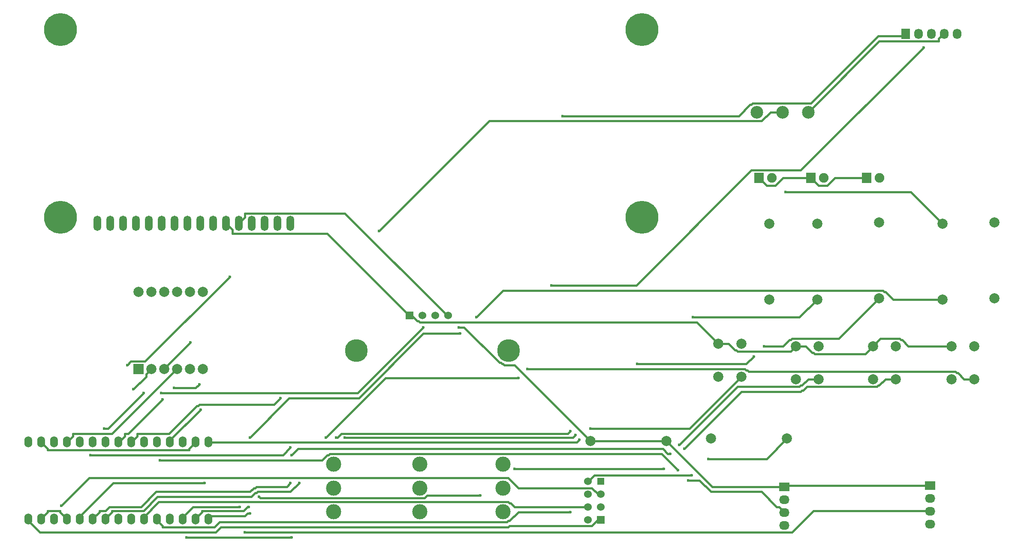
<source format=gbr>
G04 #@! TF.FileFunction,Copper,L2,Bot,Signal*
%FSLAX46Y46*%
G04 Gerber Fmt 4.6, Leading zero omitted, Abs format (unit mm)*
G04 Created by KiCad (PCBNEW 4.0.0-rc2-stable) date 3-3-2016 13:28:57*
%MOMM*%
G01*
G04 APERTURE LIST*
%ADD10C,0.100000*%
%ADD11R,1.900000X2.000000*%
%ADD12C,1.900000*%
%ADD13O,1.524000X2.199640*%
%ADD14O,1.524000X2.197100*%
%ADD15O,1.500000X3.000000*%
%ADD16C,6.500000*%
%ADD17R,1.727200X2.032000*%
%ADD18O,1.727200X2.032000*%
%ADD19R,2.032000X2.032000*%
%ADD20C,2.000000*%
%ADD21R,2.032000X1.727200*%
%ADD22O,2.032000X1.727200*%
%ADD23C,2.499360*%
%ADD24C,1.998980*%
%ADD25C,2.997200*%
%ADD26R,1.524000X1.524000*%
%ADD27C,1.524000*%
%ADD28C,4.500880*%
%ADD29R,1.397000X1.397000*%
%ADD30C,0.600000*%
%ADD31C,0.450000*%
G04 APERTURE END LIST*
D10*
D11*
X199250000Y-52750000D03*
D12*
X201790000Y-52750000D03*
D11*
X178000000Y-52750000D03*
D12*
X180540000Y-52750000D03*
D13*
X33720000Y-120120000D03*
X36260000Y-120120000D03*
X38800000Y-120120000D03*
X41340000Y-120120000D03*
X43880000Y-120120000D03*
X46420000Y-120120000D03*
X48960000Y-120120000D03*
X51500000Y-120120000D03*
X54040000Y-120120000D03*
X56580000Y-120120000D03*
X59120000Y-120120000D03*
X61660000Y-120120000D03*
X64200000Y-120120000D03*
X66740000Y-120120000D03*
X69280000Y-120120000D03*
X69280000Y-104880000D03*
X66740000Y-104880000D03*
X64200000Y-104880000D03*
X61660000Y-104880000D03*
D14*
X59120000Y-104880000D03*
X56580000Y-104880000D03*
X54040000Y-104880000D03*
X51500000Y-104880000D03*
X48960000Y-104880000D03*
X46420000Y-104880000D03*
X43880000Y-104880000D03*
X41340000Y-104880000D03*
X38800000Y-104880000D03*
X36260000Y-104880000D03*
X33720000Y-104880000D03*
D15*
X47335000Y-61685000D03*
X49875000Y-61685000D03*
X52415000Y-61685000D03*
X54955000Y-61685000D03*
X57495000Y-61685000D03*
X60035000Y-61685000D03*
X62575000Y-61685000D03*
X65115000Y-61685000D03*
X67655000Y-61685000D03*
X70195000Y-61685000D03*
X72735000Y-61685000D03*
X75275000Y-61685000D03*
X77815000Y-61685000D03*
X80355000Y-61685000D03*
X82895000Y-61685000D03*
X85435000Y-61685000D03*
D16*
X154904000Y-60542000D03*
X154904000Y-23458000D03*
X40096000Y-60542000D03*
X40096000Y-23458000D03*
D17*
X207000000Y-24250000D03*
D18*
X209540000Y-24250000D03*
X212080000Y-24250000D03*
X214620000Y-24250000D03*
X217160000Y-24250000D03*
D19*
X55500000Y-90500000D03*
D20*
X58040000Y-90500000D03*
X60580000Y-90500000D03*
X63120000Y-90500000D03*
X65660000Y-90500000D03*
X68200000Y-90500000D03*
X63120000Y-75260000D03*
X65660000Y-75260000D03*
X55500000Y-75260000D03*
X58040000Y-75260000D03*
X68200000Y-75260000D03*
X60580000Y-75260000D03*
D21*
X183000000Y-113750000D03*
D22*
X183000000Y-116290000D03*
X183000000Y-118830000D03*
X183000000Y-121370000D03*
D21*
X211750000Y-113500000D03*
D22*
X211750000Y-116040000D03*
X211750000Y-118580000D03*
X211750000Y-121120000D03*
D23*
X182670000Y-39750000D03*
X177590000Y-39750000D03*
X187750000Y-39750000D03*
D24*
X185249560Y-85998800D03*
X189750440Y-92501200D03*
X189750440Y-85998800D03*
X185249560Y-92501200D03*
X200499560Y-85998800D03*
X205000440Y-92501200D03*
X205000440Y-85998800D03*
X200499560Y-92501200D03*
X215999560Y-85998800D03*
X220500440Y-92501200D03*
X220500440Y-85998800D03*
X215999560Y-92501200D03*
D25*
X127500000Y-109301000D03*
X127500000Y-114000000D03*
X127500000Y-118699000D03*
X111000000Y-109301000D03*
X111000000Y-114000000D03*
X111000000Y-118699000D03*
X94000000Y-109301000D03*
X94000000Y-114000000D03*
X94000000Y-118699000D03*
D24*
X189500000Y-76750000D03*
X189500000Y-61750000D03*
X201750000Y-76500000D03*
X201750000Y-61500000D03*
X214250000Y-76750000D03*
X214250000Y-61750000D03*
X180000000Y-76750000D03*
X180000000Y-61750000D03*
X224500000Y-76500000D03*
X224500000Y-61500000D03*
X169999560Y-85498800D03*
X174500440Y-92001200D03*
X174500440Y-85498800D03*
X169999560Y-92001200D03*
D11*
X188250000Y-52750000D03*
D12*
X190790000Y-52750000D03*
D26*
X108975560Y-79913640D03*
D27*
X111515560Y-79913640D03*
X114055560Y-79913640D03*
X116595560Y-79913640D03*
D28*
X128548800Y-86893560D03*
X98498060Y-86858000D03*
D24*
X144750000Y-104750000D03*
X159750000Y-104750000D03*
X168500000Y-104250000D03*
X183500000Y-104250000D03*
D26*
X146770000Y-120310000D03*
D27*
X144230000Y-120310000D03*
X146770000Y-117770000D03*
X144230000Y-117770000D03*
X146770000Y-115230000D03*
X144230000Y-115230000D03*
X144230000Y-112690000D03*
D29*
X146770000Y-112690000D03*
D30*
X168000000Y-108250000D03*
X164750000Y-111500000D03*
X183250000Y-55500000D03*
X40250000Y-117500000D03*
X68500000Y-113000000D03*
X77500000Y-104000000D03*
X119000000Y-83500000D03*
X122250000Y-80250000D03*
X179000000Y-86000000D03*
X177000000Y-88000000D03*
X154000000Y-89500000D03*
X140750000Y-102750000D03*
X94500000Y-104000000D03*
X85500000Y-113000000D03*
X165000000Y-80250000D03*
X141750000Y-103500000D03*
X96250000Y-104000000D03*
X87250000Y-113000000D03*
X54500000Y-94500000D03*
X140750000Y-118750000D03*
X210500000Y-27000000D03*
X137000000Y-74000000D03*
X85750000Y-123750000D03*
X65000000Y-123750000D03*
X75500000Y-117750000D03*
X85750000Y-107500000D03*
X160500000Y-107250000D03*
X162250000Y-105500000D03*
X77250000Y-117750000D03*
X79250000Y-115750000D03*
X123000000Y-115500000D03*
X129750000Y-110250000D03*
X159250000Y-110250000D03*
X163250000Y-106250000D03*
X77500000Y-119000000D03*
X92500000Y-104000000D03*
X130500000Y-92250000D03*
X132250000Y-90500000D03*
X144750000Y-102250000D03*
X142500000Y-104500000D03*
X118750000Y-82250000D03*
X65750000Y-85250000D03*
X67750000Y-98500000D03*
X103000000Y-63250000D03*
X76500000Y-122750000D03*
X164000000Y-112500000D03*
X162000000Y-110500000D03*
X59750000Y-108500000D03*
X139250000Y-40500000D03*
X83500000Y-96250000D03*
X67500000Y-93500000D03*
X62500000Y-94250000D03*
X60250000Y-96500000D03*
X73500000Y-72250000D03*
X53250000Y-89750000D03*
X111750000Y-82250000D03*
X60000000Y-95250000D03*
X56500000Y-95250000D03*
X48750000Y-102250000D03*
X85500000Y-106000000D03*
X46000000Y-107500000D03*
D31*
X108975560Y-79913640D02*
X109000000Y-80000000D01*
X109000000Y-80000000D02*
X92750000Y-63750000D01*
X92750000Y-63750000D02*
X74000000Y-63750000D01*
X74000000Y-63750000D02*
X74000000Y-63000000D01*
X74000000Y-63000000D02*
X72750000Y-61750000D01*
X72750000Y-61750000D02*
X72735000Y-61685000D01*
X63120000Y-90500000D02*
X63000000Y-90500000D01*
X63000000Y-90500000D02*
X50250000Y-103250000D01*
X50250000Y-103250000D02*
X42500000Y-103250000D01*
X42500000Y-103250000D02*
X42500000Y-103750000D01*
X42500000Y-103750000D02*
X41250000Y-105000000D01*
X41250000Y-105000000D02*
X41340000Y-104880000D01*
X169999560Y-85498800D02*
X170000000Y-85500000D01*
X170000000Y-85500000D02*
X165750000Y-81250000D01*
X165750000Y-81250000D02*
X111000000Y-81250000D01*
X111000000Y-81250000D02*
X110750000Y-81000000D01*
X110750000Y-81000000D02*
X110500000Y-81000000D01*
X110500000Y-81000000D02*
X109500000Y-80000000D01*
X109500000Y-80000000D02*
X109000000Y-80000000D01*
X109000000Y-80000000D02*
X108975560Y-79913640D01*
X183500000Y-104250000D02*
X179500000Y-108250000D01*
X179500000Y-108250000D02*
X168000000Y-108250000D01*
X164750000Y-111500000D02*
X145500000Y-111500000D01*
X145500000Y-111500000D02*
X144250000Y-112750000D01*
X144250000Y-112750000D02*
X144230000Y-112690000D01*
X185249560Y-85998800D02*
X185250000Y-86000000D01*
X185250000Y-86000000D02*
X184250000Y-87000000D01*
X184250000Y-87000000D02*
X173750000Y-87000000D01*
X173750000Y-87000000D02*
X173500000Y-86750000D01*
X173500000Y-86750000D02*
X173250000Y-86750000D01*
X173250000Y-86750000D02*
X172000000Y-85500000D01*
X172000000Y-85500000D02*
X170000000Y-85500000D01*
X170000000Y-85500000D02*
X169999560Y-85498800D01*
X200499560Y-85998800D02*
X200500000Y-86000000D01*
X200500000Y-86000000D02*
X202000000Y-84500000D01*
X202000000Y-84500000D02*
X205750000Y-84500000D01*
X205750000Y-84500000D02*
X206000000Y-84750000D01*
X206000000Y-84750000D02*
X206250000Y-84750000D01*
X206250000Y-84750000D02*
X207500000Y-86000000D01*
X207500000Y-86000000D02*
X216000000Y-86000000D01*
X216000000Y-86000000D02*
X215999560Y-85998800D01*
X200499560Y-85998800D02*
X200500000Y-86000000D01*
X200500000Y-86000000D02*
X199000000Y-87500000D01*
X199000000Y-87500000D02*
X189000000Y-87500000D01*
X189000000Y-87500000D02*
X188750000Y-87250000D01*
X188750000Y-87250000D02*
X188500000Y-87250000D01*
X188500000Y-87250000D02*
X187250000Y-86000000D01*
X187250000Y-86000000D02*
X185250000Y-86000000D01*
X185250000Y-86000000D02*
X185249560Y-85998800D01*
X188250000Y-52750000D02*
X189750000Y-54250000D01*
X189750000Y-54250000D02*
X191500000Y-54250000D01*
X191500000Y-54250000D02*
X193000000Y-52750000D01*
X193000000Y-52750000D02*
X199250000Y-52750000D01*
X178000000Y-52750000D02*
X179500000Y-54250000D01*
X179500000Y-54250000D02*
X181250000Y-54250000D01*
X181250000Y-54250000D02*
X182750000Y-52750000D01*
X182750000Y-52750000D02*
X188250000Y-52750000D01*
X41340000Y-120120000D02*
X41250000Y-120000000D01*
X41250000Y-120000000D02*
X40000000Y-118750000D01*
X40000000Y-118750000D02*
X40000000Y-118500000D01*
X40000000Y-118500000D02*
X37500000Y-118500000D01*
X37500000Y-118500000D02*
X37500000Y-118750000D01*
X37500000Y-118750000D02*
X36250000Y-120000000D01*
X36250000Y-120000000D02*
X36260000Y-120120000D01*
X214250000Y-61750000D02*
X208000000Y-55500000D01*
X208000000Y-55500000D02*
X183250000Y-55500000D01*
X33720000Y-120120000D02*
X33750000Y-120000000D01*
X33750000Y-120000000D02*
X33750000Y-120500000D01*
X33750000Y-120500000D02*
X36000000Y-122750000D01*
X36000000Y-122750000D02*
X70750000Y-122750000D01*
X70750000Y-122750000D02*
X71750000Y-121750000D01*
X71750000Y-121750000D02*
X128500000Y-121750000D01*
X128500000Y-121750000D02*
X128750000Y-121500000D01*
X128750000Y-121500000D02*
X145000000Y-121500000D01*
X145000000Y-121500000D02*
X146250000Y-120250000D01*
X146250000Y-120250000D02*
X146750000Y-120250000D01*
X146750000Y-120250000D02*
X146770000Y-120310000D01*
X40250000Y-117500000D02*
X45750000Y-112000000D01*
X45750000Y-112000000D02*
X128500000Y-112000000D01*
X128500000Y-112000000D02*
X130500000Y-114000000D01*
X130500000Y-114000000D02*
X145000000Y-114000000D01*
X145000000Y-114000000D02*
X146250000Y-115250000D01*
X146250000Y-115250000D02*
X146750000Y-115250000D01*
X146750000Y-115250000D02*
X146770000Y-115230000D01*
X43880000Y-120120000D02*
X44000000Y-120000000D01*
X44000000Y-120000000D02*
X44000000Y-119500000D01*
X44000000Y-119500000D02*
X50500000Y-113000000D01*
X50500000Y-113000000D02*
X68500000Y-113000000D01*
X77500000Y-104000000D02*
X85250000Y-96250000D01*
X85250000Y-96250000D02*
X99000000Y-96250000D01*
X99000000Y-96250000D02*
X111750000Y-83500000D01*
X111750000Y-83500000D02*
X119000000Y-83500000D01*
X122250000Y-80250000D02*
X127500000Y-75000000D01*
X127500000Y-75000000D02*
X202500000Y-75000000D01*
X202500000Y-75000000D02*
X202750000Y-75250000D01*
X202750000Y-75250000D02*
X203000000Y-75250000D01*
X203000000Y-75250000D02*
X204500000Y-76750000D01*
X204500000Y-76750000D02*
X214250000Y-76750000D01*
X201750000Y-76500000D02*
X193750000Y-84500000D01*
X193750000Y-84500000D02*
X184500000Y-84500000D01*
X184500000Y-84500000D02*
X184250000Y-84750000D01*
X184250000Y-84750000D02*
X184000000Y-84750000D01*
X184000000Y-84750000D02*
X182750000Y-86000000D01*
X182750000Y-86000000D02*
X179000000Y-86000000D01*
X177000000Y-88000000D02*
X175500000Y-89500000D01*
X175500000Y-89500000D02*
X154000000Y-89500000D01*
X140750000Y-102750000D02*
X140250000Y-103250000D01*
X140250000Y-103250000D02*
X95500000Y-103250000D01*
X95500000Y-103250000D02*
X94750000Y-104000000D01*
X94750000Y-104000000D02*
X94500000Y-104000000D01*
X85500000Y-113000000D02*
X84750000Y-113750000D01*
X84750000Y-113750000D02*
X78750000Y-113750000D01*
X78750000Y-113750000D02*
X78500000Y-114000000D01*
X78500000Y-114000000D02*
X78250000Y-114000000D01*
X78250000Y-114000000D02*
X77500000Y-114750000D01*
X77500000Y-114750000D02*
X59000000Y-114750000D01*
X59000000Y-114750000D02*
X56000000Y-117750000D01*
X56000000Y-117750000D02*
X49750000Y-117750000D01*
X49750000Y-117750000D02*
X49000000Y-118500000D01*
X49000000Y-118500000D02*
X47750000Y-118500000D01*
X47750000Y-118500000D02*
X47750000Y-118750000D01*
X47750000Y-118750000D02*
X46500000Y-120000000D01*
X46500000Y-120000000D02*
X46420000Y-120120000D01*
X189500000Y-76750000D02*
X186000000Y-80250000D01*
X186000000Y-80250000D02*
X165000000Y-80250000D01*
X141750000Y-103500000D02*
X141250000Y-104000000D01*
X141250000Y-104000000D02*
X96250000Y-104000000D01*
X87250000Y-113000000D02*
X85500000Y-114750000D01*
X85500000Y-114750000D02*
X79000000Y-114750000D01*
X79000000Y-114750000D02*
X78750000Y-115000000D01*
X78750000Y-115000000D02*
X78500000Y-115000000D01*
X78500000Y-115000000D02*
X77750000Y-115750000D01*
X77750000Y-115750000D02*
X59250000Y-115750000D01*
X59250000Y-115750000D02*
X56500000Y-118500000D01*
X56500000Y-118500000D02*
X50250000Y-118500000D01*
X50250000Y-118500000D02*
X50250000Y-118750000D01*
X50250000Y-118750000D02*
X49000000Y-120000000D01*
X49000000Y-120000000D02*
X48960000Y-120120000D01*
X54500000Y-94500000D02*
X57000000Y-92000000D01*
X57000000Y-92000000D02*
X57000000Y-91500000D01*
X57000000Y-91500000D02*
X58000000Y-90500000D01*
X58000000Y-90500000D02*
X58040000Y-90500000D01*
X56580000Y-120120000D02*
X56500000Y-120000000D01*
X56500000Y-120000000D02*
X56500000Y-119750000D01*
X56500000Y-119750000D02*
X59500000Y-116750000D01*
X59500000Y-116750000D02*
X128500000Y-116750000D01*
X128500000Y-116750000D02*
X128750000Y-117000000D01*
X128750000Y-117000000D02*
X129000000Y-117000000D01*
X129000000Y-117000000D02*
X129750000Y-117750000D01*
X129750000Y-117750000D02*
X144250000Y-117750000D01*
X144250000Y-117750000D02*
X144230000Y-117770000D01*
X59120000Y-120120000D02*
X59000000Y-120000000D01*
X59000000Y-120000000D02*
X59000000Y-120250000D01*
X59000000Y-120250000D02*
X60250000Y-121500000D01*
X60250000Y-121500000D02*
X60250000Y-121750000D01*
X60250000Y-121750000D02*
X70500000Y-121750000D01*
X70500000Y-121750000D02*
X71500000Y-120750000D01*
X71500000Y-120750000D02*
X128250000Y-120750000D01*
X128250000Y-120750000D02*
X128500000Y-120500000D01*
X128500000Y-120500000D02*
X128750000Y-120500000D01*
X128750000Y-120500000D02*
X130500000Y-118750000D01*
X130500000Y-118750000D02*
X140750000Y-118750000D01*
X210500000Y-27000000D02*
X186250000Y-51250000D01*
X186250000Y-51250000D02*
X176500000Y-51250000D01*
X176500000Y-51250000D02*
X153750000Y-74000000D01*
X153750000Y-74000000D02*
X137000000Y-74000000D01*
X85750000Y-123750000D02*
X65000000Y-123750000D01*
X64200000Y-120120000D02*
X64250000Y-120000000D01*
X64250000Y-120000000D02*
X64250000Y-119750000D01*
X64250000Y-119750000D02*
X66250000Y-117750000D01*
X66250000Y-117750000D02*
X75500000Y-117750000D01*
X85750000Y-107500000D02*
X87000000Y-106250000D01*
X87000000Y-106250000D02*
X159000000Y-106250000D01*
X159000000Y-106250000D02*
X160000000Y-107250000D01*
X160000000Y-107250000D02*
X160500000Y-107250000D01*
X162250000Y-105500000D02*
X173750000Y-94000000D01*
X173750000Y-94000000D02*
X186000000Y-94000000D01*
X186000000Y-94000000D02*
X186250000Y-93750000D01*
X186250000Y-93750000D02*
X186500000Y-93750000D01*
X186500000Y-93750000D02*
X187750000Y-92500000D01*
X187750000Y-92500000D02*
X189750000Y-92500000D01*
X189750000Y-92500000D02*
X189750440Y-92501200D01*
X66740000Y-120120000D02*
X66750000Y-120000000D01*
X66750000Y-120000000D02*
X68000000Y-118750000D01*
X68000000Y-118750000D02*
X68000000Y-118500000D01*
X68000000Y-118500000D02*
X76250000Y-118500000D01*
X76250000Y-118500000D02*
X77000000Y-117750000D01*
X77000000Y-117750000D02*
X77250000Y-117750000D01*
X79250000Y-115750000D02*
X79500000Y-116000000D01*
X79500000Y-116000000D02*
X112000000Y-116000000D01*
X112000000Y-116000000D02*
X112500000Y-115500000D01*
X112500000Y-115500000D02*
X123000000Y-115500000D01*
X129750000Y-110250000D02*
X159250000Y-110250000D01*
X163250000Y-106250000D02*
X174500000Y-95000000D01*
X174500000Y-95000000D02*
X186250000Y-95000000D01*
X186250000Y-95000000D02*
X186500000Y-94750000D01*
X186500000Y-94750000D02*
X186750000Y-94750000D01*
X186750000Y-94750000D02*
X187500000Y-94000000D01*
X187500000Y-94000000D02*
X201250000Y-94000000D01*
X201250000Y-94000000D02*
X201500000Y-93750000D01*
X201500000Y-93750000D02*
X201750000Y-93750000D01*
X201750000Y-93750000D02*
X203000000Y-92500000D01*
X203000000Y-92500000D02*
X205000000Y-92500000D01*
X205000000Y-92500000D02*
X205000440Y-92501200D01*
X69280000Y-120120000D02*
X69250000Y-120000000D01*
X69250000Y-120000000D02*
X69750000Y-119500000D01*
X69750000Y-119500000D02*
X76500000Y-119500000D01*
X76500000Y-119500000D02*
X77000000Y-119000000D01*
X77000000Y-119000000D02*
X77500000Y-119000000D01*
X92500000Y-104000000D02*
X104250000Y-92250000D01*
X104250000Y-92250000D02*
X130500000Y-92250000D01*
X132250000Y-90500000D02*
X175250000Y-90500000D01*
X175250000Y-90500000D02*
X175500000Y-90750000D01*
X175500000Y-90750000D02*
X175750000Y-90750000D01*
X175750000Y-90750000D02*
X176000000Y-91000000D01*
X176000000Y-91000000D02*
X216750000Y-91000000D01*
X216750000Y-91000000D02*
X217000000Y-91250000D01*
X217000000Y-91250000D02*
X217250000Y-91250000D01*
X217250000Y-91250000D02*
X218500000Y-92500000D01*
X218500000Y-92500000D02*
X220500000Y-92500000D01*
X220500000Y-92500000D02*
X220500440Y-92501200D01*
X174500440Y-92001200D02*
X174500000Y-92000000D01*
X174500000Y-92000000D02*
X164250000Y-102250000D01*
X164250000Y-102250000D02*
X144750000Y-102250000D01*
X142500000Y-104500000D02*
X142000000Y-105000000D01*
X142000000Y-105000000D02*
X69250000Y-105000000D01*
X69250000Y-105000000D02*
X69280000Y-104880000D01*
X144750000Y-104750000D02*
X129750000Y-89750000D01*
X129750000Y-89750000D02*
X127750000Y-89750000D01*
X127750000Y-89750000D02*
X127500000Y-89500000D01*
X127500000Y-89500000D02*
X127250000Y-89500000D01*
X127250000Y-89500000D02*
X127000000Y-89250000D01*
X127000000Y-89250000D02*
X126750000Y-89250000D01*
X126750000Y-89250000D02*
X119750000Y-82250000D01*
X119750000Y-82250000D02*
X118750000Y-82250000D01*
X116595560Y-79913640D02*
X116500000Y-80000000D01*
X116500000Y-80000000D02*
X96250000Y-59750000D01*
X96250000Y-59750000D02*
X76500000Y-59750000D01*
X76500000Y-59750000D02*
X76500000Y-60500000D01*
X76500000Y-60500000D02*
X75250000Y-61750000D01*
X75250000Y-61750000D02*
X75275000Y-61685000D01*
X187750000Y-39750000D02*
X201750000Y-25750000D01*
X201750000Y-25750000D02*
X213500000Y-25750000D01*
X213500000Y-25750000D02*
X213500000Y-25250000D01*
X213500000Y-25250000D02*
X214500000Y-24250000D01*
X214500000Y-24250000D02*
X214620000Y-24250000D01*
X65750000Y-85250000D02*
X60500000Y-90500000D01*
X60500000Y-90500000D02*
X60580000Y-90500000D01*
X159750000Y-104750000D02*
X168750000Y-113750000D01*
X168750000Y-113750000D02*
X183000000Y-113750000D01*
X66740000Y-104880000D02*
X66750000Y-105000000D01*
X66750000Y-105000000D02*
X65500000Y-106250000D01*
X65500000Y-106250000D02*
X65500000Y-106500000D01*
X65500000Y-106500000D02*
X37500000Y-106500000D01*
X37500000Y-106500000D02*
X37500000Y-106250000D01*
X37500000Y-106250000D02*
X36250000Y-105000000D01*
X36250000Y-105000000D02*
X36260000Y-104880000D01*
X183000000Y-113750000D02*
X183250000Y-113500000D01*
X183250000Y-113500000D02*
X211750000Y-113500000D01*
X144750000Y-104750000D02*
X159750000Y-104750000D01*
X61660000Y-104880000D02*
X61750000Y-105000000D01*
X61750000Y-105000000D02*
X61750000Y-104500000D01*
X61750000Y-104500000D02*
X67750000Y-98500000D01*
X103000000Y-63250000D02*
X124750000Y-41500000D01*
X124750000Y-41500000D02*
X178500000Y-41500000D01*
X178500000Y-41500000D02*
X180250000Y-39750000D01*
X180250000Y-39750000D02*
X182670000Y-39750000D01*
X76500000Y-122750000D02*
X184500000Y-122750000D01*
X184500000Y-122750000D02*
X188750000Y-118500000D01*
X188750000Y-118500000D02*
X211750000Y-118500000D01*
X211750000Y-118500000D02*
X211750000Y-118580000D01*
X183000000Y-118830000D02*
X183000000Y-118750000D01*
X183000000Y-118750000D02*
X182000000Y-117750000D01*
X182000000Y-117750000D02*
X181500000Y-117750000D01*
X181500000Y-117750000D02*
X178500000Y-114750000D01*
X178500000Y-114750000D02*
X168500000Y-114750000D01*
X168500000Y-114750000D02*
X166250000Y-112500000D01*
X166250000Y-112500000D02*
X164000000Y-112500000D01*
X162000000Y-110500000D02*
X158750000Y-107250000D01*
X158750000Y-107250000D02*
X93250000Y-107250000D01*
X93250000Y-107250000D02*
X93000000Y-107500000D01*
X93000000Y-107500000D02*
X92750000Y-107500000D01*
X92750000Y-107500000D02*
X91750000Y-108500000D01*
X91750000Y-108500000D02*
X59750000Y-108500000D01*
X207000000Y-24250000D02*
X206500000Y-24750000D01*
X206500000Y-24750000D02*
X201500000Y-24750000D01*
X201500000Y-24750000D02*
X188250000Y-38000000D01*
X188250000Y-38000000D02*
X176750000Y-38000000D01*
X176750000Y-38000000D02*
X176500000Y-38250000D01*
X176500000Y-38250000D02*
X176250000Y-38250000D01*
X176250000Y-38250000D02*
X174000000Y-40500000D01*
X174000000Y-40500000D02*
X139250000Y-40500000D01*
X83500000Y-96250000D02*
X82250000Y-97500000D01*
X82250000Y-97500000D02*
X67500000Y-97500000D01*
X67500000Y-97500000D02*
X67250000Y-97750000D01*
X67250000Y-97750000D02*
X67000000Y-97750000D01*
X67000000Y-97750000D02*
X61500000Y-103250000D01*
X61500000Y-103250000D02*
X55250000Y-103250000D01*
X55250000Y-103250000D02*
X55250000Y-103750000D01*
X55250000Y-103750000D02*
X54000000Y-105000000D01*
X54000000Y-105000000D02*
X54040000Y-104880000D01*
X67500000Y-93500000D02*
X66750000Y-94250000D01*
X66750000Y-94250000D02*
X62500000Y-94250000D01*
X60250000Y-96500000D02*
X53500000Y-103250000D01*
X53500000Y-103250000D02*
X52750000Y-103250000D01*
X52750000Y-103250000D02*
X52750000Y-103750000D01*
X52750000Y-103750000D02*
X51500000Y-105000000D01*
X51500000Y-105000000D02*
X51500000Y-104880000D01*
X73500000Y-72250000D02*
X56750000Y-89000000D01*
X56750000Y-89000000D02*
X54000000Y-89000000D01*
X54000000Y-89000000D02*
X53250000Y-89750000D01*
X111750000Y-82250000D02*
X98750000Y-95250000D01*
X98750000Y-95250000D02*
X60000000Y-95250000D01*
X56500000Y-95250000D02*
X49500000Y-102250000D01*
X49500000Y-102250000D02*
X48750000Y-102250000D01*
X85500000Y-106000000D02*
X84000000Y-107500000D01*
X84000000Y-107500000D02*
X46000000Y-107500000D01*
M02*

</source>
